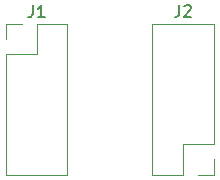
<source format=gbr>
%TF.GenerationSoftware,KiCad,Pcbnew,(6.0.1)*%
%TF.CreationDate,2022-03-23T16:26:21+01:00*%
%TF.ProjectId,tussenstukpw22,74757373-656e-4737-9475-6b707732322e,rev?*%
%TF.SameCoordinates,Original*%
%TF.FileFunction,Legend,Top*%
%TF.FilePolarity,Positive*%
%FSLAX46Y46*%
G04 Gerber Fmt 4.6, Leading zero omitted, Abs format (unit mm)*
G04 Created by KiCad (PCBNEW (6.0.1)) date 2022-03-23 16:26:21*
%MOMM*%
%LPD*%
G01*
G04 APERTURE LIST*
%ADD10C,0.150000*%
%ADD11C,0.120000*%
G04 APERTURE END LIST*
D10*
%TO.C,J1*%
X167181666Y-90497380D02*
X167181666Y-91211666D01*
X167134047Y-91354523D01*
X167038809Y-91449761D01*
X166895952Y-91497380D01*
X166800714Y-91497380D01*
X168181666Y-91497380D02*
X167610238Y-91497380D01*
X167895952Y-91497380D02*
X167895952Y-90497380D01*
X167800714Y-90640238D01*
X167705476Y-90735476D01*
X167610238Y-90783095D01*
%TO.C,J2*%
X179586666Y-90482380D02*
X179586666Y-91196666D01*
X179539047Y-91339523D01*
X179443809Y-91434761D01*
X179300952Y-91482380D01*
X179205714Y-91482380D01*
X180015238Y-90577619D02*
X180062857Y-90530000D01*
X180158095Y-90482380D01*
X180396190Y-90482380D01*
X180491428Y-90530000D01*
X180539047Y-90577619D01*
X180586666Y-90672857D01*
X180586666Y-90768095D01*
X180539047Y-90910952D01*
X179967619Y-91482380D01*
X180586666Y-91482380D01*
D11*
%TO.C,J1*%
X167515000Y-94645000D02*
X167515000Y-92045000D01*
X170115000Y-92045000D02*
X170115000Y-104865000D01*
X164915000Y-94645000D02*
X164915000Y-104865000D01*
X164915000Y-104865000D02*
X170115000Y-104865000D01*
X164915000Y-92045000D02*
X166245000Y-92045000D01*
X167515000Y-92045000D02*
X170115000Y-92045000D01*
X164915000Y-94645000D02*
X167515000Y-94645000D01*
X164915000Y-93375000D02*
X164915000Y-92045000D01*
%TO.C,J2*%
X182520000Y-104860000D02*
X181190000Y-104860000D01*
X182520000Y-102260000D02*
X182520000Y-92040000D01*
X182520000Y-102260000D02*
X179920000Y-102260000D01*
X177320000Y-104860000D02*
X177320000Y-92040000D01*
X179920000Y-102260000D02*
X179920000Y-104860000D01*
X182520000Y-92040000D02*
X177320000Y-92040000D01*
X182520000Y-103530000D02*
X182520000Y-104860000D01*
X179920000Y-104860000D02*
X177320000Y-104860000D01*
%TD*%
M02*

</source>
